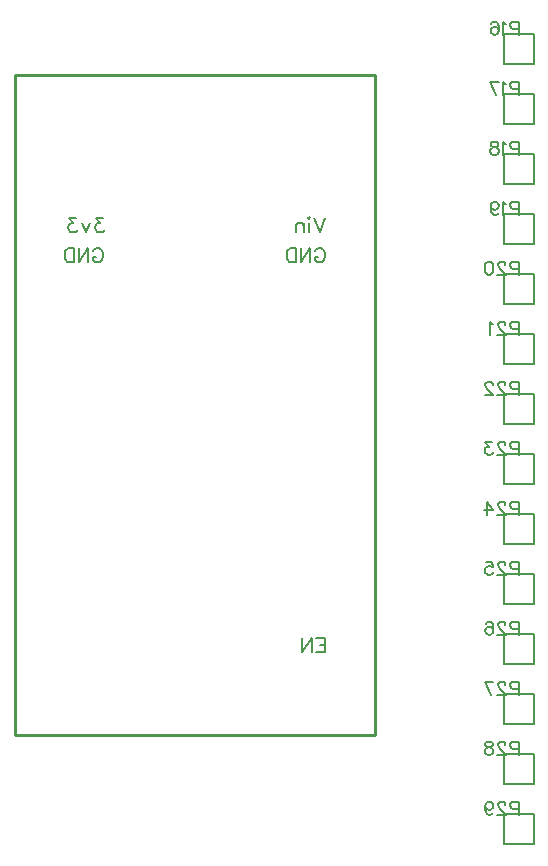
<source format=gbo>
G04 Layer: BottomSilkLayer*
G04 EasyEDA v6.3.22, 2020-03-31T10:39:25+02:00*
G04 031d35559eb5429b949d46eb78df2012,abd45e37305a4832af207281f16f9658,10*
G04 Gerber Generator version 0.2*
G04 Scale: 100 percent, Rotated: No, Reflected: No *
G04 Dimensions in millimeters *
G04 leading zeros omitted , absolute positions ,3 integer and 3 decimal *
%FSLAX33Y33*%
%MOMM*%
G90*
G71D02*

%ADD10C,0.254000*%
%ADD15C,0.203200*%
%ADD16C,0.202999*%
%ADD17C,0.152400*%

%LPD*%
G54D10*
G01X26035Y69342D02*
G01X56515Y69342D01*
G01X56515Y13462D01*
G01X26035Y13462D01*
G01X26035Y18669D01*
G01X26035Y59182D01*
G01X26035Y69342D01*
G54D15*
G01X67437Y70231D02*
G01X69977Y70231D01*
G01X69977Y72771D01*
G01X67437Y72771D01*
G01X67437Y70866D01*
G54D16*
G01X67437Y70231D02*
G01X67437Y70866D01*
G54D15*
G01X67437Y65151D02*
G01X69977Y65151D01*
G01X69977Y67691D01*
G01X67437Y67691D01*
G01X67437Y65786D01*
G54D16*
G01X67437Y65151D02*
G01X67437Y65786D01*
G54D15*
G01X67437Y60071D02*
G01X69977Y60071D01*
G01X69977Y62611D01*
G01X67437Y62611D01*
G01X67437Y60706D01*
G54D16*
G01X67437Y60071D02*
G01X67437Y60706D01*
G54D15*
G01X67437Y54991D02*
G01X69977Y54991D01*
G01X69977Y57531D01*
G01X67437Y57531D01*
G01X67437Y55626D01*
G54D16*
G01X67437Y54991D02*
G01X67437Y55626D01*
G54D15*
G01X67437Y49911D02*
G01X69977Y49911D01*
G01X69977Y52451D01*
G01X67437Y52451D01*
G01X67437Y50546D01*
G54D16*
G01X67437Y49911D02*
G01X67437Y50546D01*
G54D15*
G01X67437Y44831D02*
G01X69977Y44831D01*
G01X69977Y47371D01*
G01X67437Y47371D01*
G01X67437Y45466D01*
G54D16*
G01X67437Y44831D02*
G01X67437Y45466D01*
G54D15*
G01X67437Y39751D02*
G01X69977Y39751D01*
G01X69977Y42291D01*
G01X67437Y42291D01*
G01X67437Y40386D01*
G54D16*
G01X67437Y39751D02*
G01X67437Y40386D01*
G54D15*
G01X67437Y34671D02*
G01X69977Y34671D01*
G01X69977Y37211D01*
G01X67437Y37211D01*
G01X67437Y35306D01*
G54D16*
G01X67437Y34671D02*
G01X67437Y35306D01*
G54D15*
G01X67437Y29591D02*
G01X69977Y29591D01*
G01X69977Y32131D01*
G01X67437Y32131D01*
G01X67437Y30226D01*
G54D16*
G01X67437Y29591D02*
G01X67437Y30226D01*
G54D15*
G01X67437Y24511D02*
G01X69977Y24511D01*
G01X69977Y27051D01*
G01X67437Y27051D01*
G01X67437Y25146D01*
G54D16*
G01X67437Y24511D02*
G01X67437Y25146D01*
G54D15*
G01X67437Y19431D02*
G01X69977Y19431D01*
G01X69977Y21971D01*
G01X67437Y21971D01*
G01X67437Y20066D01*
G54D16*
G01X67437Y19431D02*
G01X67437Y20066D01*
G54D15*
G01X67437Y14351D02*
G01X69977Y14351D01*
G01X69977Y16891D01*
G01X67437Y16891D01*
G01X67437Y14986D01*
G54D16*
G01X67437Y14351D02*
G01X67437Y14986D01*
G54D15*
G01X67437Y9271D02*
G01X69977Y9271D01*
G01X69977Y11811D01*
G01X67437Y11811D01*
G01X67437Y9906D01*
G54D16*
G01X67437Y9271D02*
G01X67437Y9906D01*
G54D15*
G01X67437Y4191D02*
G01X69977Y4191D01*
G01X69977Y6731D01*
G01X67437Y6731D01*
G01X67437Y4826D01*
G54D16*
G01X67437Y4191D02*
G01X67437Y4826D01*
G54D15*
G01X51458Y54379D02*
G01X51515Y54494D01*
G01X51631Y54610D01*
G01X51746Y54667D01*
G01X51977Y54667D01*
G01X52093Y54610D01*
G01X52208Y54494D01*
G01X52266Y54379D01*
G01X52324Y54205D01*
G01X52324Y53917D01*
G01X52266Y53744D01*
G01X52208Y53628D01*
G01X52093Y53513D01*
G01X51977Y53455D01*
G01X51746Y53455D01*
G01X51631Y53513D01*
G01X51515Y53628D01*
G01X51458Y53744D01*
G01X51458Y53917D01*
G01X51746Y53917D02*
G01X51458Y53917D01*
G01X51077Y54667D02*
G01X51077Y53455D01*
G01X51077Y54667D02*
G01X50268Y53455D01*
G01X50268Y54667D02*
G01X50268Y53455D01*
G01X49887Y54667D02*
G01X49887Y53455D01*
G01X49887Y54667D02*
G01X49483Y54667D01*
G01X49310Y54610D01*
G01X49195Y54494D01*
G01X49137Y54379D01*
G01X49079Y54205D01*
G01X49079Y53917D01*
G01X49137Y53744D01*
G01X49195Y53628D01*
G01X49310Y53513D01*
G01X49483Y53455D01*
G01X49887Y53455D01*
G01X52324Y57207D02*
G01X51862Y55995D01*
G01X51400Y57207D02*
G01X51862Y55995D01*
G01X51019Y57207D02*
G01X50961Y57150D01*
G01X50903Y57207D01*
G01X50961Y57265D01*
G01X51019Y57207D01*
G01X50961Y56803D02*
G01X50961Y55995D01*
G01X50522Y56803D02*
G01X50522Y55995D01*
G01X50522Y56572D02*
G01X50349Y56745D01*
G01X50234Y56803D01*
G01X50061Y56803D01*
G01X49945Y56745D01*
G01X49887Y56572D01*
G01X49887Y55995D01*
G01X32662Y54379D02*
G01X32719Y54494D01*
G01X32835Y54610D01*
G01X32950Y54667D01*
G01X33181Y54667D01*
G01X33297Y54610D01*
G01X33412Y54494D01*
G01X33470Y54379D01*
G01X33528Y54205D01*
G01X33528Y53917D01*
G01X33470Y53744D01*
G01X33412Y53628D01*
G01X33297Y53513D01*
G01X33181Y53455D01*
G01X32950Y53455D01*
G01X32835Y53513D01*
G01X32719Y53628D01*
G01X32662Y53744D01*
G01X32662Y53917D01*
G01X32950Y53917D02*
G01X32662Y53917D01*
G01X32281Y54667D02*
G01X32281Y53455D01*
G01X32281Y54667D02*
G01X31472Y53455D01*
G01X31472Y54667D02*
G01X31472Y53455D01*
G01X31091Y54667D02*
G01X31091Y53455D01*
G01X31091Y54667D02*
G01X30687Y54667D01*
G01X30514Y54610D01*
G01X30399Y54494D01*
G01X30341Y54379D01*
G01X30283Y54205D01*
G01X30283Y53917D01*
G01X30341Y53744D01*
G01X30399Y53628D01*
G01X30514Y53513D01*
G01X30687Y53455D01*
G01X31091Y53455D01*
G01X33539Y57207D02*
G01X32904Y57207D01*
G01X33250Y56745D01*
G01X33077Y56745D01*
G01X32962Y56688D01*
G01X32904Y56630D01*
G01X32846Y56457D01*
G01X32846Y56341D01*
G01X32904Y56168D01*
G01X33020Y56053D01*
G01X33193Y55995D01*
G01X33366Y55995D01*
G01X33539Y56053D01*
G01X33597Y56110D01*
G01X33655Y56226D01*
G01X32465Y56803D02*
G01X32119Y55995D01*
G01X31773Y56803D02*
G01X32119Y55995D01*
G01X31276Y57207D02*
G01X30641Y57207D01*
G01X30988Y56745D01*
G01X30814Y56745D01*
G01X30699Y56688D01*
G01X30641Y56630D01*
G01X30583Y56457D01*
G01X30583Y56341D01*
G01X30641Y56168D01*
G01X30757Y56053D01*
G01X30930Y55995D01*
G01X31103Y55995D01*
G01X31276Y56053D01*
G01X31334Y56110D01*
G01X31392Y56226D01*
G01X52324Y21647D02*
G01X52324Y20435D01*
G01X52324Y21647D02*
G01X51573Y21647D01*
G01X52324Y21070D02*
G01X51862Y21070D01*
G01X52324Y20435D02*
G01X51573Y20435D01*
G01X51192Y21647D02*
G01X51192Y20435D01*
G01X51192Y21647D02*
G01X50384Y20435D01*
G01X50384Y21647D02*
G01X50384Y20435D01*
G54D17*
G01X68707Y73822D02*
G01X68707Y72732D01*
G01X68707Y73822D02*
G01X68239Y73822D01*
G01X68084Y73771D01*
G01X68031Y73718D01*
G01X67980Y73614D01*
G01X67980Y73459D01*
G01X68031Y73355D01*
G01X68084Y73304D01*
G01X68239Y73251D01*
G01X68707Y73251D01*
G01X67637Y73614D02*
G01X67533Y73667D01*
G01X67376Y73822D01*
G01X67376Y72732D01*
G01X66410Y73667D02*
G01X66461Y73771D01*
G01X66619Y73822D01*
G01X66723Y73822D01*
G01X66878Y73771D01*
G01X66982Y73614D01*
G01X67033Y73355D01*
G01X67033Y73096D01*
G01X66982Y72887D01*
G01X66878Y72783D01*
G01X66723Y72732D01*
G01X66669Y72732D01*
G01X66514Y72783D01*
G01X66410Y72887D01*
G01X66357Y73042D01*
G01X66357Y73096D01*
G01X66410Y73251D01*
G01X66514Y73355D01*
G01X66669Y73406D01*
G01X66723Y73406D01*
G01X66878Y73355D01*
G01X66982Y73251D01*
G01X67033Y73096D01*
G01X68707Y68742D02*
G01X68707Y67652D01*
G01X68707Y68742D02*
G01X68239Y68742D01*
G01X68084Y68691D01*
G01X68031Y68638D01*
G01X67980Y68534D01*
G01X67980Y68379D01*
G01X68031Y68275D01*
G01X68084Y68224D01*
G01X68239Y68171D01*
G01X68707Y68171D01*
G01X67637Y68534D02*
G01X67533Y68587D01*
G01X67376Y68742D01*
G01X67376Y67652D01*
G01X66306Y68742D02*
G01X66827Y67652D01*
G01X67033Y68742D02*
G01X66306Y68742D01*
G01X68707Y63662D02*
G01X68707Y62572D01*
G01X68707Y63662D02*
G01X68239Y63662D01*
G01X68084Y63611D01*
G01X68031Y63558D01*
G01X67980Y63454D01*
G01X67980Y63299D01*
G01X68031Y63195D01*
G01X68084Y63144D01*
G01X68239Y63091D01*
G01X68707Y63091D01*
G01X67637Y63454D02*
G01X67533Y63507D01*
G01X67376Y63662D01*
G01X67376Y62572D01*
G01X66774Y63662D02*
G01X66929Y63611D01*
G01X66982Y63507D01*
G01X66982Y63403D01*
G01X66929Y63299D01*
G01X66827Y63246D01*
G01X66619Y63195D01*
G01X66461Y63144D01*
G01X66357Y63040D01*
G01X66306Y62936D01*
G01X66306Y62778D01*
G01X66357Y62674D01*
G01X66410Y62623D01*
G01X66565Y62572D01*
G01X66774Y62572D01*
G01X66929Y62623D01*
G01X66982Y62674D01*
G01X67033Y62778D01*
G01X67033Y62936D01*
G01X66982Y63040D01*
G01X66878Y63144D01*
G01X66723Y63195D01*
G01X66514Y63246D01*
G01X66410Y63299D01*
G01X66357Y63403D01*
G01X66357Y63507D01*
G01X66410Y63611D01*
G01X66565Y63662D01*
G01X66774Y63662D01*
G01X68707Y58582D02*
G01X68707Y57492D01*
G01X68707Y58582D02*
G01X68239Y58582D01*
G01X68084Y58531D01*
G01X68031Y58478D01*
G01X67980Y58374D01*
G01X67980Y58219D01*
G01X68031Y58115D01*
G01X68084Y58064D01*
G01X68239Y58011D01*
G01X68707Y58011D01*
G01X67637Y58374D02*
G01X67533Y58427D01*
G01X67376Y58582D01*
G01X67376Y57492D01*
G01X66357Y58219D02*
G01X66410Y58064D01*
G01X66514Y57960D01*
G01X66669Y57906D01*
G01X66723Y57906D01*
G01X66878Y57960D01*
G01X66982Y58064D01*
G01X67033Y58219D01*
G01X67033Y58270D01*
G01X66982Y58427D01*
G01X66878Y58531D01*
G01X66723Y58582D01*
G01X66669Y58582D01*
G01X66514Y58531D01*
G01X66410Y58427D01*
G01X66357Y58219D01*
G01X66357Y57960D01*
G01X66410Y57698D01*
G01X66514Y57543D01*
G01X66669Y57492D01*
G01X66774Y57492D01*
G01X66929Y57543D01*
G01X66982Y57647D01*
G01X68707Y53502D02*
G01X68707Y52412D01*
G01X68707Y53502D02*
G01X68239Y53502D01*
G01X68084Y53451D01*
G01X68031Y53398D01*
G01X67980Y53294D01*
G01X67980Y53139D01*
G01X68031Y53035D01*
G01X68084Y52984D01*
G01X68239Y52931D01*
G01X68707Y52931D01*
G01X67584Y53243D02*
G01X67584Y53294D01*
G01X67533Y53398D01*
G01X67480Y53451D01*
G01X67376Y53502D01*
G01X67170Y53502D01*
G01X67066Y53451D01*
G01X67012Y53398D01*
G01X66962Y53294D01*
G01X66962Y53190D01*
G01X67012Y53086D01*
G01X67116Y52931D01*
G01X67637Y52412D01*
G01X66908Y52412D01*
G01X66255Y53502D02*
G01X66410Y53451D01*
G01X66514Y53294D01*
G01X66565Y53035D01*
G01X66565Y52880D01*
G01X66514Y52618D01*
G01X66410Y52463D01*
G01X66255Y52412D01*
G01X66151Y52412D01*
G01X65994Y52463D01*
G01X65890Y52618D01*
G01X65839Y52880D01*
G01X65839Y53035D01*
G01X65890Y53294D01*
G01X65994Y53451D01*
G01X66151Y53502D01*
G01X66255Y53502D01*
G01X68707Y48422D02*
G01X68707Y47332D01*
G01X68707Y48422D02*
G01X68239Y48422D01*
G01X68084Y48371D01*
G01X68031Y48318D01*
G01X67980Y48214D01*
G01X67980Y48059D01*
G01X68031Y47955D01*
G01X68084Y47904D01*
G01X68239Y47851D01*
G01X68707Y47851D01*
G01X67584Y48163D02*
G01X67584Y48214D01*
G01X67533Y48318D01*
G01X67480Y48371D01*
G01X67376Y48422D01*
G01X67170Y48422D01*
G01X67066Y48371D01*
G01X67012Y48318D01*
G01X66962Y48214D01*
G01X66962Y48110D01*
G01X67012Y48006D01*
G01X67116Y47851D01*
G01X67637Y47332D01*
G01X66908Y47332D01*
G01X66565Y48214D02*
G01X66461Y48267D01*
G01X66306Y48422D01*
G01X66306Y47332D01*
G01X68707Y43342D02*
G01X68707Y42252D01*
G01X68707Y43342D02*
G01X68239Y43342D01*
G01X68084Y43291D01*
G01X68031Y43238D01*
G01X67980Y43134D01*
G01X67980Y42979D01*
G01X68031Y42875D01*
G01X68084Y42824D01*
G01X68239Y42771D01*
G01X68707Y42771D01*
G01X67584Y43083D02*
G01X67584Y43134D01*
G01X67533Y43238D01*
G01X67480Y43291D01*
G01X67376Y43342D01*
G01X67170Y43342D01*
G01X67066Y43291D01*
G01X67012Y43238D01*
G01X66962Y43134D01*
G01X66962Y43030D01*
G01X67012Y42926D01*
G01X67116Y42771D01*
G01X67637Y42252D01*
G01X66908Y42252D01*
G01X66514Y43083D02*
G01X66514Y43134D01*
G01X66461Y43238D01*
G01X66410Y43291D01*
G01X66306Y43342D01*
G01X66098Y43342D01*
G01X65994Y43291D01*
G01X65943Y43238D01*
G01X65890Y43134D01*
G01X65890Y43030D01*
G01X65943Y42926D01*
G01X66047Y42771D01*
G01X66565Y42252D01*
G01X65839Y42252D01*
G01X68707Y38262D02*
G01X68707Y37172D01*
G01X68707Y38262D02*
G01X68239Y38262D01*
G01X68084Y38211D01*
G01X68031Y38158D01*
G01X67980Y38054D01*
G01X67980Y37899D01*
G01X68031Y37795D01*
G01X68084Y37744D01*
G01X68239Y37691D01*
G01X68707Y37691D01*
G01X67584Y38003D02*
G01X67584Y38054D01*
G01X67533Y38158D01*
G01X67480Y38211D01*
G01X67376Y38262D01*
G01X67170Y38262D01*
G01X67066Y38211D01*
G01X67012Y38158D01*
G01X66962Y38054D01*
G01X66962Y37950D01*
G01X67012Y37846D01*
G01X67116Y37691D01*
G01X67637Y37172D01*
G01X66908Y37172D01*
G01X66461Y38262D02*
G01X65890Y38262D01*
G01X66202Y37846D01*
G01X66047Y37846D01*
G01X65943Y37795D01*
G01X65890Y37744D01*
G01X65839Y37586D01*
G01X65839Y37482D01*
G01X65890Y37327D01*
G01X65994Y37223D01*
G01X66151Y37172D01*
G01X66306Y37172D01*
G01X66461Y37223D01*
G01X66514Y37274D01*
G01X66565Y37378D01*
G01X68707Y33182D02*
G01X68707Y32092D01*
G01X68707Y33182D02*
G01X68239Y33182D01*
G01X68084Y33131D01*
G01X68031Y33078D01*
G01X67980Y32974D01*
G01X67980Y32819D01*
G01X68031Y32715D01*
G01X68084Y32664D01*
G01X68239Y32611D01*
G01X68707Y32611D01*
G01X67584Y32923D02*
G01X67584Y32974D01*
G01X67533Y33078D01*
G01X67480Y33131D01*
G01X67376Y33182D01*
G01X67170Y33182D01*
G01X67066Y33131D01*
G01X67012Y33078D01*
G01X66962Y32974D01*
G01X66962Y32870D01*
G01X67012Y32766D01*
G01X67116Y32611D01*
G01X67637Y32092D01*
G01X66908Y32092D01*
G01X66047Y33182D02*
G01X66565Y32456D01*
G01X65786Y32456D01*
G01X66047Y33182D02*
G01X66047Y32092D01*
G01X68707Y28102D02*
G01X68707Y27012D01*
G01X68707Y28102D02*
G01X68239Y28102D01*
G01X68084Y28051D01*
G01X68031Y27998D01*
G01X67980Y27894D01*
G01X67980Y27739D01*
G01X68031Y27635D01*
G01X68084Y27584D01*
G01X68239Y27531D01*
G01X68707Y27531D01*
G01X67584Y27843D02*
G01X67584Y27894D01*
G01X67533Y27998D01*
G01X67480Y28051D01*
G01X67376Y28102D01*
G01X67170Y28102D01*
G01X67066Y28051D01*
G01X67012Y27998D01*
G01X66962Y27894D01*
G01X66962Y27790D01*
G01X67012Y27686D01*
G01X67116Y27531D01*
G01X67637Y27012D01*
G01X66908Y27012D01*
G01X65943Y28102D02*
G01X66461Y28102D01*
G01X66514Y27635D01*
G01X66461Y27686D01*
G01X66306Y27739D01*
G01X66151Y27739D01*
G01X65994Y27686D01*
G01X65890Y27584D01*
G01X65839Y27426D01*
G01X65839Y27322D01*
G01X65890Y27167D01*
G01X65994Y27063D01*
G01X66151Y27012D01*
G01X66306Y27012D01*
G01X66461Y27063D01*
G01X66514Y27114D01*
G01X66565Y27218D01*
G01X68707Y23022D02*
G01X68707Y21932D01*
G01X68707Y23022D02*
G01X68239Y23022D01*
G01X68084Y22971D01*
G01X68031Y22918D01*
G01X67980Y22814D01*
G01X67980Y22659D01*
G01X68031Y22555D01*
G01X68084Y22504D01*
G01X68239Y22451D01*
G01X68707Y22451D01*
G01X67584Y22763D02*
G01X67584Y22814D01*
G01X67533Y22918D01*
G01X67480Y22971D01*
G01X67376Y23022D01*
G01X67170Y23022D01*
G01X67066Y22971D01*
G01X67012Y22918D01*
G01X66962Y22814D01*
G01X66962Y22710D01*
G01X67012Y22606D01*
G01X67116Y22451D01*
G01X67637Y21932D01*
G01X66908Y21932D01*
G01X65943Y22867D02*
G01X65994Y22971D01*
G01X66151Y23022D01*
G01X66255Y23022D01*
G01X66410Y22971D01*
G01X66514Y22814D01*
G01X66565Y22555D01*
G01X66565Y22296D01*
G01X66514Y22087D01*
G01X66410Y21983D01*
G01X66255Y21932D01*
G01X66202Y21932D01*
G01X66047Y21983D01*
G01X65943Y22087D01*
G01X65890Y22242D01*
G01X65890Y22296D01*
G01X65943Y22451D01*
G01X66047Y22555D01*
G01X66202Y22606D01*
G01X66255Y22606D01*
G01X66410Y22555D01*
G01X66514Y22451D01*
G01X66565Y22296D01*
G01X68707Y17942D02*
G01X68707Y16852D01*
G01X68707Y17942D02*
G01X68239Y17942D01*
G01X68084Y17891D01*
G01X68031Y17838D01*
G01X67980Y17734D01*
G01X67980Y17579D01*
G01X68031Y17475D01*
G01X68084Y17424D01*
G01X68239Y17371D01*
G01X68707Y17371D01*
G01X67584Y17683D02*
G01X67584Y17734D01*
G01X67533Y17838D01*
G01X67480Y17891D01*
G01X67376Y17942D01*
G01X67170Y17942D01*
G01X67066Y17891D01*
G01X67012Y17838D01*
G01X66962Y17734D01*
G01X66962Y17630D01*
G01X67012Y17526D01*
G01X67116Y17371D01*
G01X67637Y16852D01*
G01X66908Y16852D01*
G01X65839Y17942D02*
G01X66357Y16852D01*
G01X66565Y17942D02*
G01X65839Y17942D01*
G01X68707Y12862D02*
G01X68707Y11772D01*
G01X68707Y12862D02*
G01X68239Y12862D01*
G01X68084Y12811D01*
G01X68031Y12758D01*
G01X67980Y12654D01*
G01X67980Y12499D01*
G01X68031Y12395D01*
G01X68084Y12344D01*
G01X68239Y12291D01*
G01X68707Y12291D01*
G01X67584Y12603D02*
G01X67584Y12654D01*
G01X67533Y12758D01*
G01X67480Y12811D01*
G01X67376Y12862D01*
G01X67170Y12862D01*
G01X67066Y12811D01*
G01X67012Y12758D01*
G01X66962Y12654D01*
G01X66962Y12550D01*
G01X67012Y12446D01*
G01X67116Y12291D01*
G01X67637Y11772D01*
G01X66908Y11772D01*
G01X66306Y12862D02*
G01X66461Y12811D01*
G01X66514Y12707D01*
G01X66514Y12603D01*
G01X66461Y12499D01*
G01X66357Y12446D01*
G01X66151Y12395D01*
G01X65994Y12344D01*
G01X65890Y12240D01*
G01X65839Y12136D01*
G01X65839Y11978D01*
G01X65890Y11874D01*
G01X65943Y11823D01*
G01X66098Y11772D01*
G01X66306Y11772D01*
G01X66461Y11823D01*
G01X66514Y11874D01*
G01X66565Y11978D01*
G01X66565Y12136D01*
G01X66514Y12240D01*
G01X66410Y12344D01*
G01X66255Y12395D01*
G01X66047Y12446D01*
G01X65943Y12499D01*
G01X65890Y12603D01*
G01X65890Y12707D01*
G01X65943Y12811D01*
G01X66098Y12862D01*
G01X66306Y12862D01*
G01X68707Y7782D02*
G01X68707Y6692D01*
G01X68707Y7782D02*
G01X68239Y7782D01*
G01X68084Y7731D01*
G01X68031Y7678D01*
G01X67980Y7574D01*
G01X67980Y7419D01*
G01X68031Y7315D01*
G01X68084Y7264D01*
G01X68239Y7211D01*
G01X68707Y7211D01*
G01X67584Y7523D02*
G01X67584Y7574D01*
G01X67533Y7678D01*
G01X67480Y7731D01*
G01X67376Y7782D01*
G01X67170Y7782D01*
G01X67066Y7731D01*
G01X67012Y7678D01*
G01X66962Y7574D01*
G01X66962Y7470D01*
G01X67012Y7366D01*
G01X67116Y7211D01*
G01X67637Y6692D01*
G01X66908Y6692D01*
G01X65890Y7419D02*
G01X65943Y7264D01*
G01X66047Y7160D01*
G01X66202Y7106D01*
G01X66255Y7106D01*
G01X66410Y7160D01*
G01X66514Y7264D01*
G01X66565Y7419D01*
G01X66565Y7470D01*
G01X66514Y7627D01*
G01X66410Y7731D01*
G01X66255Y7782D01*
G01X66202Y7782D01*
G01X66047Y7731D01*
G01X65943Y7627D01*
G01X65890Y7419D01*
G01X65890Y7160D01*
G01X65943Y6898D01*
G01X66047Y6743D01*
G01X66202Y6692D01*
G01X66306Y6692D01*
G01X66461Y6743D01*
G01X66514Y6847D01*
M00*
M02*

</source>
